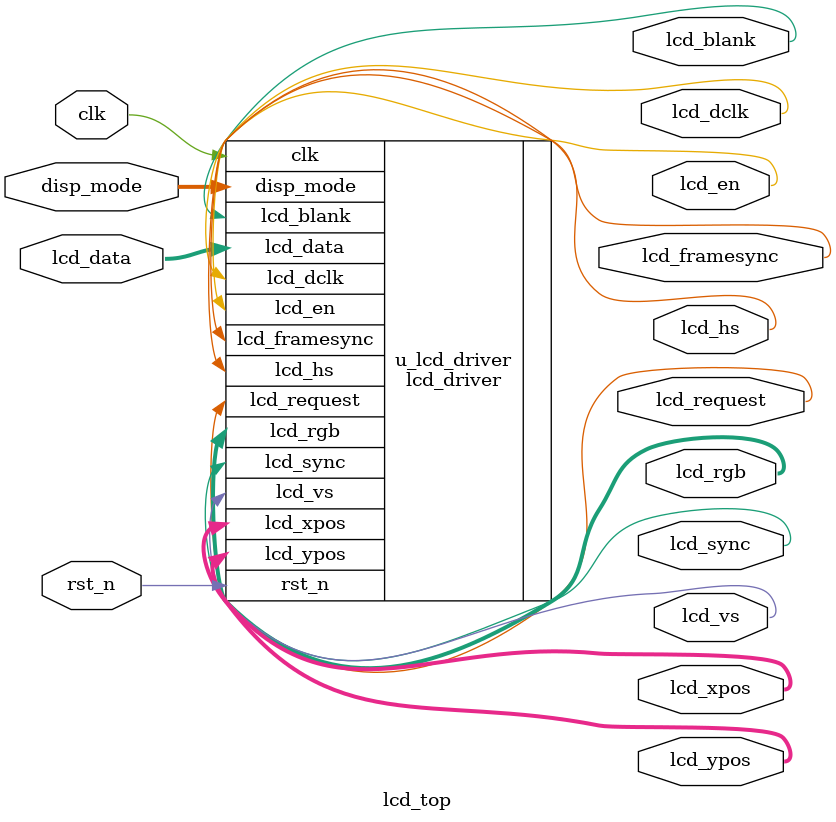
<source format=v>
/*-------------------------------------------------------------------------
This confidential and proprietary software may be only used as authorized
by a licensing agreement from amfpga.
(C) COPYRIGHT 2013.www.amfpga.com ALL RIGHTS RESERVED
Filename			:		sdram_ov7670_vga.v
Author				:		Amfpga
Data				:		2013-02-1
Version				:		1.0
Description			:		sdram vga controller with ov7670 display.
Modification History	:
Data			By			Version			Change Description
===========================================================================
13/02/1
--------------------------------------------------------------------------*/
module lcd_top
(  	
	//global clock
	input			clk,			//system clock
	input			rst_n,     		//sync reset
	input  [2:0] disp_mode,    //VGA显示模式	
	//lcd interface
	output			lcd_dclk,   	//lcd pixel clock
	output			lcd_blank,		//lcd blank
	output			lcd_sync,		//lcd sync
	output			lcd_hs,	    	//lcd horizontal sync
	output			lcd_vs,	    	//lcd vertical sync
	output			lcd_en,			//lcd display enable
	output	[15:0]	lcd_rgb,		//lcd display data

	//user interface
	output			lcd_request,	//lcd data request
	output			lcd_framesync,	//lcd frame sync
	output	[10:0]	lcd_xpos,		//lcd horizontal coordinate
	output	[10:0]	lcd_ypos,		//lcd vertical coordinate
	input	[15:0]	lcd_data		//lcd data
);	  


//-------------------------------------
lcd_driver u_lcd_driver
(
	//global clock
	.clk			   (clk),		
	.rst_n			(rst_n),
	.disp_mode		(disp_mode),	
	 
	 //lcd interface
	.lcd_dclk		(lcd_dclk),
	.lcd_blank		(lcd_blank),
	.lcd_sync		(lcd_sync),		    	
	.lcd_hs			(lcd_hs),		
	.lcd_vs			(lcd_vs),
	.lcd_en			(lcd_en),		
	.lcd_rgb		   (lcd_rgb),	
	
	//user interface
	.lcd_request	(lcd_request),
	.lcd_framesync	(lcd_framesync),
	.lcd_data		(lcd_data),	
	.lcd_xpos		(lcd_xpos),	
	.lcd_ypos		(lcd_ypos)
);

endmodule



</source>
